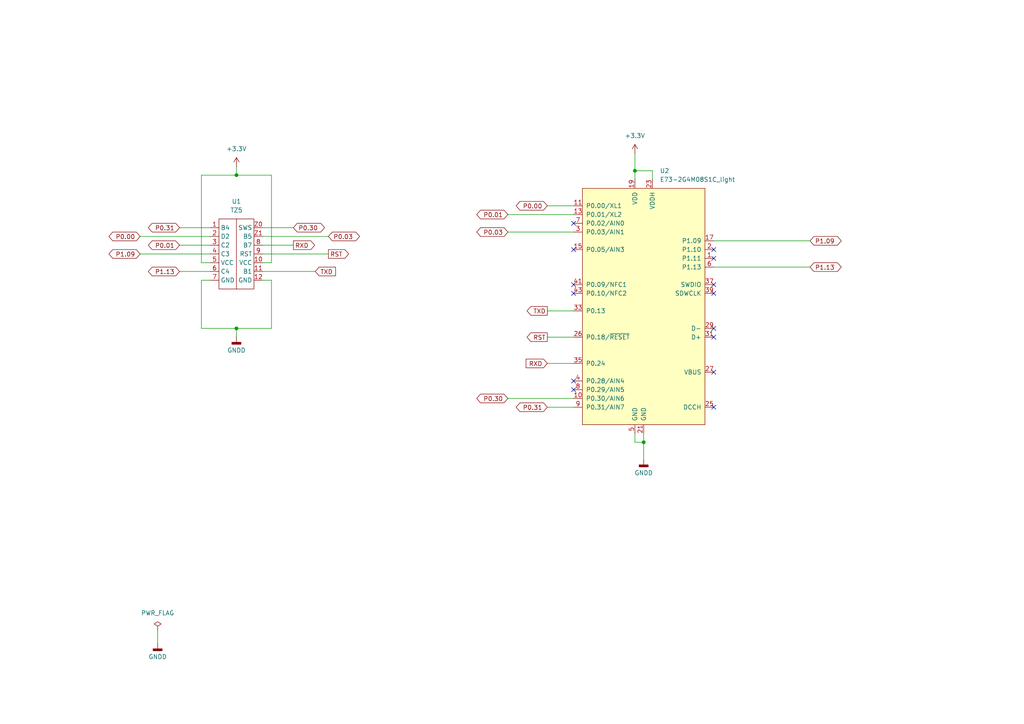
<source format=kicad_sch>
(kicad_sch
	(version 20250114)
	(generator "eeschema")
	(generator_version "9.0")
	(uuid "b32cac82-8e7f-4aca-b126-159fbc0376cd")
	(paper "A4")
	(lib_symbols
		(symbol "+3.3V_1"
			(power)
			(pin_numbers
				(hide yes)
			)
			(pin_names
				(offset 0)
				(hide yes)
			)
			(exclude_from_sim no)
			(in_bom yes)
			(on_board yes)
			(property "Reference" "#PWR"
				(at 0 -3.81 0)
				(effects
					(font
						(size 1.27 1.27)
					)
					(hide yes)
				)
			)
			(property "Value" "+3.3V"
				(at 0 3.556 0)
				(effects
					(font
						(size 1.27 1.27)
					)
				)
			)
			(property "Footprint" ""
				(at 0 0 0)
				(effects
					(font
						(size 1.27 1.27)
					)
					(hide yes)
				)
			)
			(property "Datasheet" ""
				(at 0 0 0)
				(effects
					(font
						(size 1.27 1.27)
					)
					(hide yes)
				)
			)
			(property "Description" "Power symbol creates a global label with name \"+3.3V\""
				(at 0 0 0)
				(effects
					(font
						(size 1.27 1.27)
					)
					(hide yes)
				)
			)
			(property "ki_keywords" "global power"
				(at 0 0 0)
				(effects
					(font
						(size 1.27 1.27)
					)
					(hide yes)
				)
			)
			(symbol "+3.3V_1_0_1"
				(polyline
					(pts
						(xy -0.762 1.27) (xy 0 2.54)
					)
					(stroke
						(width 0)
						(type default)
					)
					(fill
						(type none)
					)
				)
				(polyline
					(pts
						(xy 0 2.54) (xy 0.762 1.27)
					)
					(stroke
						(width 0)
						(type default)
					)
					(fill
						(type none)
					)
				)
				(polyline
					(pts
						(xy 0 0) (xy 0 2.54)
					)
					(stroke
						(width 0)
						(type default)
					)
					(fill
						(type none)
					)
				)
			)
			(symbol "+3.3V_1_1_1"
				(pin power_in line
					(at 0 0 90)
					(length 0)
					(name "~"
						(effects
							(font
								(size 1.27 1.27)
							)
						)
					)
					(number "1"
						(effects
							(font
								(size 1.27 1.27)
							)
						)
					)
				)
			)
			(embedded_fonts no)
		)
		(symbol "GNDD_1"
			(power)
			(pin_numbers
				(hide yes)
			)
			(pin_names
				(offset 0)
				(hide yes)
			)
			(exclude_from_sim no)
			(in_bom yes)
			(on_board yes)
			(property "Reference" "#PWR"
				(at 0 -6.35 0)
				(effects
					(font
						(size 1.27 1.27)
					)
					(hide yes)
				)
			)
			(property "Value" "GNDD"
				(at 0 -3.175 0)
				(effects
					(font
						(size 1.27 1.27)
					)
				)
			)
			(property "Footprint" ""
				(at 0 0 0)
				(effects
					(font
						(size 1.27 1.27)
					)
					(hide yes)
				)
			)
			(property "Datasheet" ""
				(at 0 0 0)
				(effects
					(font
						(size 1.27 1.27)
					)
					(hide yes)
				)
			)
			(property "Description" "Power symbol creates a global label with name \"GNDD\" , digital ground"
				(at 0 0 0)
				(effects
					(font
						(size 1.27 1.27)
					)
					(hide yes)
				)
			)
			(property "ki_keywords" "global power"
				(at 0 0 0)
				(effects
					(font
						(size 1.27 1.27)
					)
					(hide yes)
				)
			)
			(symbol "GNDD_1_0_1"
				(rectangle
					(start -1.27 -1.524)
					(end 1.27 -2.032)
					(stroke
						(width 0.254)
						(type default)
					)
					(fill
						(type outline)
					)
				)
				(polyline
					(pts
						(xy 0 0) (xy 0 -1.524)
					)
					(stroke
						(width 0)
						(type default)
					)
					(fill
						(type none)
					)
				)
			)
			(symbol "GNDD_1_1_1"
				(pin power_in line
					(at 0 0 270)
					(length 0)
					(name "~"
						(effects
							(font
								(size 1.27 1.27)
							)
						)
					)
					(number "1"
						(effects
							(font
								(size 1.27 1.27)
							)
						)
					)
				)
			)
			(embedded_fonts no)
		)
		(symbol "GNDD_2"
			(power)
			(pin_numbers
				(hide yes)
			)
			(pin_names
				(offset 0)
				(hide yes)
			)
			(exclude_from_sim no)
			(in_bom yes)
			(on_board yes)
			(property "Reference" "#PWR"
				(at 0 -6.35 0)
				(effects
					(font
						(size 1.27 1.27)
					)
					(hide yes)
				)
			)
			(property "Value" "GNDD"
				(at 0 -3.175 0)
				(effects
					(font
						(size 1.27 1.27)
					)
				)
			)
			(property "Footprint" ""
				(at 0 0 0)
				(effects
					(font
						(size 1.27 1.27)
					)
					(hide yes)
				)
			)
			(property "Datasheet" ""
				(at 0 0 0)
				(effects
					(font
						(size 1.27 1.27)
					)
					(hide yes)
				)
			)
			(property "Description" "Power symbol creates a global label with name \"GNDD\" , digital ground"
				(at 0 0 0)
				(effects
					(font
						(size 1.27 1.27)
					)
					(hide yes)
				)
			)
			(property "ki_keywords" "global power"
				(at 0 0 0)
				(effects
					(font
						(size 1.27 1.27)
					)
					(hide yes)
				)
			)
			(symbol "GNDD_2_0_1"
				(rectangle
					(start -1.27 -1.524)
					(end 1.27 -2.032)
					(stroke
						(width 0.254)
						(type default)
					)
					(fill
						(type outline)
					)
				)
				(polyline
					(pts
						(xy 0 0) (xy 0 -1.524)
					)
					(stroke
						(width 0)
						(type default)
					)
					(fill
						(type none)
					)
				)
			)
			(symbol "GNDD_2_1_1"
				(pin power_in line
					(at 0 0 270)
					(length 0)
					(name "~"
						(effects
							(font
								(size 1.27 1.27)
							)
						)
					)
					(number "1"
						(effects
							(font
								(size 1.27 1.27)
							)
						)
					)
				)
			)
			(embedded_fonts no)
		)
		(symbol "Tuya:TZ5"
			(exclude_from_sim no)
			(in_bom yes)
			(on_board yes)
			(property "Reference" "U"
				(at 0 4.318 0)
				(effects
					(font
						(size 1.27 1.27)
					)
				)
			)
			(property "Value" ""
				(at 0 0 0)
				(effects
					(font
						(size 1.27 1.27)
					)
				)
			)
			(property "Footprint" "Tuya:ZT5"
				(at 0 -19.05 0)
				(effects
					(font
						(size 1.27 1.27)
					)
					(hide yes)
				)
			)
			(property "Datasheet" ""
				(at 0 0 0)
				(effects
					(font
						(size 1.27 1.27)
					)
					(hide yes)
				)
			)
			(property "Description" ""
				(at 0 0 0)
				(effects
					(font
						(size 1.27 1.27)
					)
					(hide yes)
				)
			)
			(symbol "TZ5_0_1"
				(rectangle
					(start -5.08 2.54)
					(end 5.08 -17.78)
					(stroke
						(width 0)
						(type default)
					)
					(fill
						(type none)
					)
				)
				(polyline
					(pts
						(xy 0 2.54) (xy 0 -17.78)
					)
					(stroke
						(width 0)
						(type default)
					)
					(fill
						(type none)
					)
				)
			)
			(symbol "TZ5_1_1"
				(pin bidirectional line
					(at -7.62 0 0)
					(length 2.54)
					(name "B4"
						(effects
							(font
								(size 1.27 1.27)
							)
						)
					)
					(number "1"
						(effects
							(font
								(size 1.27 1.27)
							)
						)
					)
				)
				(pin bidirectional line
					(at -7.62 -2.54 0)
					(length 2.54)
					(name "D2"
						(effects
							(font
								(size 1.27 1.27)
							)
						)
					)
					(number "2"
						(effects
							(font
								(size 1.27 1.27)
							)
						)
					)
				)
				(pin bidirectional line
					(at -7.62 -5.08 0)
					(length 2.54)
					(name "C2"
						(effects
							(font
								(size 1.27 1.27)
							)
						)
					)
					(number "3"
						(effects
							(font
								(size 1.27 1.27)
							)
						)
					)
				)
				(pin bidirectional line
					(at -7.62 -7.62 0)
					(length 2.54)
					(name "C3"
						(effects
							(font
								(size 1.27 1.27)
							)
						)
					)
					(number "4"
						(effects
							(font
								(size 1.27 1.27)
							)
						)
					)
				)
				(pin power_in line
					(at -7.62 -10.16 0)
					(length 2.54)
					(name "VCC"
						(effects
							(font
								(size 1.27 1.27)
							)
						)
					)
					(number "5"
						(effects
							(font
								(size 1.27 1.27)
							)
						)
					)
				)
				(pin bidirectional line
					(at -7.62 -12.7 0)
					(length 2.54)
					(name "C4"
						(effects
							(font
								(size 1.27 1.27)
							)
						)
					)
					(number "6"
						(effects
							(font
								(size 1.27 1.27)
							)
						)
					)
				)
				(pin power_in line
					(at -7.62 -15.24 0)
					(length 2.54)
					(name "GND"
						(effects
							(font
								(size 1.27 1.27)
							)
						)
					)
					(number "7"
						(effects
							(font
								(size 1.27 1.27)
							)
						)
					)
				)
				(pin bidirectional line
					(at 7.62 0 180)
					(length 2.54)
					(name "SWS"
						(effects
							(font
								(size 1.27 1.27)
							)
						)
					)
					(number "Z0"
						(effects
							(font
								(size 1.27 1.27)
							)
						)
					)
				)
				(pin bidirectional line
					(at 7.62 -2.54 180)
					(length 2.54)
					(name "B5"
						(effects
							(font
								(size 1.27 1.27)
							)
						)
					)
					(number "Z1"
						(effects
							(font
								(size 1.27 1.27)
							)
						)
					)
				)
				(pin bidirectional line
					(at 7.62 -5.08 180)
					(length 2.54)
					(name "B7"
						(effects
							(font
								(size 1.27 1.27)
							)
						)
					)
					(number "8"
						(effects
							(font
								(size 1.27 1.27)
							)
						)
					)
				)
				(pin input line
					(at 7.62 -7.62 180)
					(length 2.54)
					(name "RST"
						(effects
							(font
								(size 1.27 1.27)
							)
						)
					)
					(number "9"
						(effects
							(font
								(size 1.27 1.27)
							)
						)
					)
				)
				(pin power_out line
					(at 7.62 -10.16 180)
					(length 2.54)
					(name "VCC"
						(effects
							(font
								(size 1.27 1.27)
							)
						)
					)
					(number "10"
						(effects
							(font
								(size 1.27 1.27)
							)
						)
					)
				)
				(pin bidirectional line
					(at 7.62 -12.7 180)
					(length 2.54)
					(name "B1"
						(effects
							(font
								(size 1.27 1.27)
							)
						)
					)
					(number "11"
						(effects
							(font
								(size 1.27 1.27)
							)
						)
					)
				)
				(pin power_in line
					(at 7.62 -15.24 180)
					(length 2.54)
					(name "GND"
						(effects
							(font
								(size 1.27 1.27)
							)
						)
					)
					(number "12"
						(effects
							(font
								(size 1.27 1.27)
							)
						)
					)
				)
			)
			(embedded_fonts no)
		)
		(symbol "nrf5:E73-2G4M08S1C_light"
			(pin_names
				(offset 1.016)
			)
			(exclude_from_sim no)
			(in_bom yes)
			(on_board yes)
			(property "Reference" "U"
				(at -15.24 -38.1 0)
				(effects
					(font
						(size 1.27 1.27)
					)
				)
			)
			(property "Value" "E73-2G4M08S1C"
				(at 0 0 90)
				(effects
					(font
						(size 1.27 1.27)
					)
				)
			)
			(property "Footprint" ""
				(at 0 0 0)
				(effects
					(font
						(size 1.27 1.27)
					)
					(hide yes)
				)
			)
			(property "Datasheet" ""
				(at 0 0 0)
				(effects
					(font
						(size 1.27 1.27)
					)
					(hide yes)
				)
			)
			(property "Description" ""
				(at 0 0 0)
				(effects
					(font
						(size 1.27 1.27)
					)
					(hide yes)
				)
			)
			(property "ki_fp_filters" "E73-2G4M08S1C"
				(at 0 0 0)
				(effects
					(font
						(size 1.27 1.27)
					)
					(hide yes)
				)
			)
			(symbol "E73-2G4M08S1C_light_0_1"
				(rectangle
					(start -17.78 33.02)
					(end 17.78 -35.56)
					(stroke
						(width 0)
						(type default)
					)
					(fill
						(type background)
					)
				)
			)
			(symbol "E73-2G4M08S1C_light_1_1"
				(pin bidirectional line
					(at -20.32 27.94 0)
					(length 2.54)
					(name "P0.00/XL1"
						(effects
							(font
								(size 1.27 1.27)
							)
						)
					)
					(number "11"
						(effects
							(font
								(size 1.27 1.27)
							)
						)
					)
				)
				(pin bidirectional line
					(at -20.32 25.4 0)
					(length 2.54)
					(name "P0.01/XL2"
						(effects
							(font
								(size 1.27 1.27)
							)
						)
					)
					(number "13"
						(effects
							(font
								(size 1.27 1.27)
							)
						)
					)
				)
				(pin bidirectional line
					(at -20.32 22.86 0)
					(length 2.54)
					(name "P0.02/AIN0"
						(effects
							(font
								(size 1.27 1.27)
							)
						)
					)
					(number "7"
						(effects
							(font
								(size 1.27 1.27)
							)
						)
					)
				)
				(pin bidirectional line
					(at -20.32 20.32 0)
					(length 2.54)
					(name "P0.03/AIN1"
						(effects
							(font
								(size 1.27 1.27)
							)
						)
					)
					(number "3"
						(effects
							(font
								(size 1.27 1.27)
							)
						)
					)
				)
				(pin bidirectional line
					(at -20.32 15.24 0)
					(length 2.54)
					(name "P0.05/AIN3"
						(effects
							(font
								(size 1.27 1.27)
							)
						)
					)
					(number "15"
						(effects
							(font
								(size 1.27 1.27)
							)
						)
					)
				)
				(pin bidirectional line
					(at -20.32 5.08 0)
					(length 2.54)
					(name "P0.09/NFC1"
						(effects
							(font
								(size 1.27 1.27)
							)
						)
					)
					(number "41"
						(effects
							(font
								(size 1.27 1.27)
							)
						)
					)
				)
				(pin bidirectional line
					(at -20.32 2.54 0)
					(length 2.54)
					(name "P0.10/NFC2"
						(effects
							(font
								(size 1.27 1.27)
							)
						)
					)
					(number "43"
						(effects
							(font
								(size 1.27 1.27)
							)
						)
					)
				)
				(pin bidirectional line
					(at -20.32 -2.54 0)
					(length 2.54)
					(name "P0.13"
						(effects
							(font
								(size 1.27 1.27)
							)
						)
					)
					(number "33"
						(effects
							(font
								(size 1.27 1.27)
							)
						)
					)
				)
				(pin bidirectional line
					(at -20.32 -10.16 0)
					(length 2.54)
					(name "P0.18/~{RESET}"
						(effects
							(font
								(size 1.27 1.27)
							)
						)
					)
					(number "26"
						(effects
							(font
								(size 1.27 1.27)
							)
						)
					)
				)
				(pin bidirectional line
					(at -20.32 -17.78 0)
					(length 2.54)
					(name "P0.24"
						(effects
							(font
								(size 1.27 1.27)
							)
						)
					)
					(number "35"
						(effects
							(font
								(size 1.27 1.27)
							)
						)
					)
				)
				(pin bidirectional line
					(at -20.32 -22.86 0)
					(length 2.54)
					(name "P0.28/AIN4"
						(effects
							(font
								(size 1.27 1.27)
							)
						)
					)
					(number "4"
						(effects
							(font
								(size 1.27 1.27)
							)
						)
					)
				)
				(pin bidirectional line
					(at -20.32 -25.4 0)
					(length 2.54)
					(name "P0.29/AIN5"
						(effects
							(font
								(size 1.27 1.27)
							)
						)
					)
					(number "8"
						(effects
							(font
								(size 1.27 1.27)
							)
						)
					)
				)
				(pin bidirectional line
					(at -20.32 -27.94 0)
					(length 2.54)
					(name "P0.30/AIN6"
						(effects
							(font
								(size 1.27 1.27)
							)
						)
					)
					(number "10"
						(effects
							(font
								(size 1.27 1.27)
							)
						)
					)
				)
				(pin bidirectional line
					(at -20.32 -30.48 0)
					(length 2.54)
					(name "P0.31/AIN7"
						(effects
							(font
								(size 1.27 1.27)
							)
						)
					)
					(number "9"
						(effects
							(font
								(size 1.27 1.27)
							)
						)
					)
				)
				(pin power_in line
					(at -2.54 35.56 270)
					(length 2.54)
					(name "VDD"
						(effects
							(font
								(size 1.27 1.27)
							)
						)
					)
					(number "19"
						(effects
							(font
								(size 1.27 1.27)
							)
						)
					)
				)
				(pin power_in line
					(at -2.54 -38.1 90)
					(length 2.54)
					(name "GND"
						(effects
							(font
								(size 1.27 1.27)
							)
						)
					)
					(number "5"
						(effects
							(font
								(size 1.27 1.27)
							)
						)
					)
				)
				(pin power_in line
					(at 0 -38.1 90)
					(length 2.54)
					(name "GND"
						(effects
							(font
								(size 1.27 1.27)
							)
						)
					)
					(number "21"
						(effects
							(font
								(size 1.27 1.27)
							)
						)
					)
				)
				(pin power_in line
					(at 2.54 35.56 270)
					(length 2.54)
					(name "VDDH"
						(effects
							(font
								(size 1.27 1.27)
							)
						)
					)
					(number "23"
						(effects
							(font
								(size 1.27 1.27)
							)
						)
					)
				)
				(pin bidirectional line
					(at 20.32 17.78 180)
					(length 2.54)
					(name "P1.09"
						(effects
							(font
								(size 1.27 1.27)
							)
						)
					)
					(number "17"
						(effects
							(font
								(size 1.27 1.27)
							)
						)
					)
				)
				(pin bidirectional line
					(at 20.32 15.24 180)
					(length 2.54)
					(name "P1.10"
						(effects
							(font
								(size 1.27 1.27)
							)
						)
					)
					(number "2"
						(effects
							(font
								(size 1.27 1.27)
							)
						)
					)
				)
				(pin bidirectional line
					(at 20.32 12.7 180)
					(length 2.54)
					(name "P1.11"
						(effects
							(font
								(size 1.27 1.27)
							)
						)
					)
					(number "1"
						(effects
							(font
								(size 1.27 1.27)
							)
						)
					)
				)
				(pin bidirectional line
					(at 20.32 10.16 180)
					(length 2.54)
					(name "P1.13"
						(effects
							(font
								(size 1.27 1.27)
							)
						)
					)
					(number "6"
						(effects
							(font
								(size 1.27 1.27)
							)
						)
					)
				)
				(pin bidirectional line
					(at 20.32 5.08 180)
					(length 2.54)
					(name "SWDIO"
						(effects
							(font
								(size 1.27 1.27)
							)
						)
					)
					(number "37"
						(effects
							(font
								(size 1.27 1.27)
							)
						)
					)
				)
				(pin input line
					(at 20.32 2.54 180)
					(length 2.54)
					(name "SDWCLK"
						(effects
							(font
								(size 1.27 1.27)
							)
						)
					)
					(number "39"
						(effects
							(font
								(size 1.27 1.27)
							)
						)
					)
				)
				(pin bidirectional line
					(at 20.32 -7.62 180)
					(length 2.54)
					(name "D-"
						(effects
							(font
								(size 1.27 1.27)
							)
						)
					)
					(number "29"
						(effects
							(font
								(size 1.27 1.27)
							)
						)
					)
				)
				(pin bidirectional line
					(at 20.32 -10.16 180)
					(length 2.54)
					(name "D+"
						(effects
							(font
								(size 1.27 1.27)
							)
						)
					)
					(number "31"
						(effects
							(font
								(size 1.27 1.27)
							)
						)
					)
				)
				(pin power_in line
					(at 20.32 -20.32 180)
					(length 2.54)
					(name "VBUS"
						(effects
							(font
								(size 1.27 1.27)
							)
						)
					)
					(number "27"
						(effects
							(font
								(size 1.27 1.27)
							)
						)
					)
				)
				(pin power_out line
					(at 20.32 -30.48 180)
					(length 2.54)
					(name "DCCH"
						(effects
							(font
								(size 1.27 1.27)
							)
						)
					)
					(number "25"
						(effects
							(font
								(size 1.27 1.27)
							)
						)
					)
				)
			)
			(embedded_fonts no)
		)
		(symbol "power:GNDD"
			(power)
			(pin_numbers
				(hide yes)
			)
			(pin_names
				(offset 0)
				(hide yes)
			)
			(exclude_from_sim no)
			(in_bom yes)
			(on_board yes)
			(property "Reference" "#PWR"
				(at 0 -6.35 0)
				(effects
					(font
						(size 1.27 1.27)
					)
					(hide yes)
				)
			)
			(property "Value" "GNDD"
				(at 0 -3.175 0)
				(effects
					(font
						(size 1.27 1.27)
					)
				)
			)
			(property "Footprint" ""
				(at 0 0 0)
				(effects
					(font
						(size 1.27 1.27)
					)
					(hide yes)
				)
			)
			(property "Datasheet" ""
				(at 0 0 0)
				(effects
					(font
						(size 1.27 1.27)
					)
					(hide yes)
				)
			)
			(property "Description" "Power symbol creates a global label with name \"GNDD\" , digital ground"
				(at 0 0 0)
				(effects
					(font
						(size 1.27 1.27)
					)
					(hide yes)
				)
			)
			(property "ki_keywords" "global power"
				(at 0 0 0)
				(effects
					(font
						(size 1.27 1.27)
					)
					(hide yes)
				)
			)
			(symbol "GNDD_0_1"
				(rectangle
					(start -1.27 -1.524)
					(end 1.27 -2.032)
					(stroke
						(width 0.254)
						(type default)
					)
					(fill
						(type outline)
					)
				)
				(polyline
					(pts
						(xy 0 0) (xy 0 -1.524)
					)
					(stroke
						(width 0)
						(type default)
					)
					(fill
						(type none)
					)
				)
			)
			(symbol "GNDD_1_1"
				(pin power_in line
					(at 0 0 270)
					(length 0)
					(name "~"
						(effects
							(font
								(size 1.27 1.27)
							)
						)
					)
					(number "1"
						(effects
							(font
								(size 1.27 1.27)
							)
						)
					)
				)
			)
			(embedded_fonts no)
		)
		(symbol "power:PWR_FLAG"
			(power)
			(pin_numbers
				(hide yes)
			)
			(pin_names
				(offset 0)
				(hide yes)
			)
			(exclude_from_sim no)
			(in_bom yes)
			(on_board yes)
			(property "Reference" "#FLG"
				(at 0 1.905 0)
				(effects
					(font
						(size 1.27 1.27)
					)
					(hide yes)
				)
			)
			(property "Value" "PWR_FLAG"
				(at 0 3.81 0)
				(effects
					(font
						(size 1.27 1.27)
					)
				)
			)
			(property "Footprint" ""
				(at 0 0 0)
				(effects
					(font
						(size 1.27 1.27)
					)
					(hide yes)
				)
			)
			(property "Datasheet" "~"
				(at 0 0 0)
				(effects
					(font
						(size 1.27 1.27)
					)
					(hide yes)
				)
			)
			(property "Description" "Special symbol for telling ERC where power comes from"
				(at 0 0 0)
				(effects
					(font
						(size 1.27 1.27)
					)
					(hide yes)
				)
			)
			(property "ki_keywords" "flag power"
				(at 0 0 0)
				(effects
					(font
						(size 1.27 1.27)
					)
					(hide yes)
				)
			)
			(symbol "PWR_FLAG_0_0"
				(pin power_out line
					(at 0 0 90)
					(length 0)
					(name "~"
						(effects
							(font
								(size 1.27 1.27)
							)
						)
					)
					(number "1"
						(effects
							(font
								(size 1.27 1.27)
							)
						)
					)
				)
			)
			(symbol "PWR_FLAG_0_1"
				(polyline
					(pts
						(xy 0 0) (xy 0 1.27) (xy -1.016 1.905) (xy 0 2.54) (xy 1.016 1.905) (xy 0 1.27)
					)
					(stroke
						(width 0)
						(type default)
					)
					(fill
						(type none)
					)
				)
			)
			(embedded_fonts no)
		)
	)
	(junction
		(at 68.58 50.8)
		(diameter 0)
		(color 0 0 0 0)
		(uuid "39428518-65db-4988-a89e-361889567ec1")
	)
	(junction
		(at 184.15 49.53)
		(diameter 0)
		(color 0 0 0 0)
		(uuid "a91eb2e4-3e6a-4e5a-94c1-784f54e13d24")
	)
	(junction
		(at 186.69 128.27)
		(diameter 0)
		(color 0 0 0 0)
		(uuid "a93bf2cd-19a9-49b6-9ec6-ee2b16fa9ae6")
	)
	(junction
		(at 68.58 95.25)
		(diameter 0)
		(color 0 0 0 0)
		(uuid "d3bcc486-fefa-4dcc-bb68-03ecd0b6194f")
	)
	(no_connect
		(at 207.01 107.95)
		(uuid "17aabd39-a095-42cf-be08-dcae425d6f42")
	)
	(no_connect
		(at 207.01 72.39)
		(uuid "1b0a43c7-6c75-43e0-b362-2dbfd815a160")
	)
	(no_connect
		(at 166.37 85.09)
		(uuid "207db7d3-13bf-47e8-8a84-6feb76c90ea8")
	)
	(no_connect
		(at 166.37 82.55)
		(uuid "2cecb06a-1ebb-4ee4-8afe-24f4031512d0")
	)
	(no_connect
		(at 207.01 85.09)
		(uuid "31754bfe-75f6-409d-80b5-9aed4fc24c40")
	)
	(no_connect
		(at 207.01 118.11)
		(uuid "5552227c-8959-4aef-997a-4971bfdf7b40")
	)
	(no_connect
		(at 166.37 72.39)
		(uuid "6a71bd07-37e8-47a1-a225-da77320670a1")
	)
	(no_connect
		(at 166.37 64.77)
		(uuid "7a442009-1f1b-4514-afdd-072b3ffc7655")
	)
	(no_connect
		(at 166.37 113.03)
		(uuid "7e7af1f1-5135-4705-8768-a552d45b7789")
	)
	(no_connect
		(at 207.01 95.25)
		(uuid "7e8de17a-5b41-43c7-ad04-c48a16f932ba")
	)
	(no_connect
		(at 207.01 97.79)
		(uuid "904df1c1-8e46-47d9-bf17-cf7027135307")
	)
	(no_connect
		(at 166.37 110.49)
		(uuid "a38fb83d-d9fb-4a8c-adf6-d165b09be75a")
	)
	(no_connect
		(at 207.01 82.55)
		(uuid "ab6633c9-2416-4ac6-a37d-2f51ddce1b10")
	)
	(no_connect
		(at 207.01 74.93)
		(uuid "f6ba535d-3ada-4d9b-b41d-330468c74291")
	)
	(wire
		(pts
			(xy 40.64 73.66) (xy 60.96 73.66)
		)
		(stroke
			(width 0)
			(type default)
		)
		(uuid "00000336-3d95-4f12-b60d-4d431a61abc4")
	)
	(wire
		(pts
			(xy 184.15 125.73) (xy 184.15 128.27)
		)
		(stroke
			(width 0)
			(type default)
		)
		(uuid "0542b4cd-9b7d-49d7-8a75-b5f4abe25530")
	)
	(wire
		(pts
			(xy 186.69 125.73) (xy 186.69 128.27)
		)
		(stroke
			(width 0)
			(type default)
		)
		(uuid "05ac816d-e8ad-460d-939d-7c770d4bf9cd")
	)
	(wire
		(pts
			(xy 68.58 95.25) (xy 68.58 97.79)
		)
		(stroke
			(width 0)
			(type default)
		)
		(uuid "09c9b9f7-2d70-477a-ac75-10f7eec9b3d3")
	)
	(wire
		(pts
			(xy 189.23 49.53) (xy 184.15 49.53)
		)
		(stroke
			(width 0)
			(type default)
		)
		(uuid "14b16bcc-753d-4656-b239-e7484121cb28")
	)
	(wire
		(pts
			(xy 60.96 68.58) (xy 40.64 68.58)
		)
		(stroke
			(width 0)
			(type default)
		)
		(uuid "180badd0-2a0b-4180-a387-6a34a514538d")
	)
	(wire
		(pts
			(xy 45.72 182.88) (xy 45.72 186.69)
		)
		(stroke
			(width 0)
			(type default)
		)
		(uuid "18807b47-7747-4981-b252-c7bd2d01abce")
	)
	(wire
		(pts
			(xy 58.42 50.8) (xy 58.42 76.2)
		)
		(stroke
			(width 0)
			(type default)
		)
		(uuid "18ac093a-e9f9-4ead-a4a4-53a0d7da7a8c")
	)
	(wire
		(pts
			(xy 60.96 78.74) (xy 52.07 78.74)
		)
		(stroke
			(width 0)
			(type default)
		)
		(uuid "18bdd613-29bf-4cdf-b250-318fd38c6a3d")
	)
	(wire
		(pts
			(xy 76.2 71.12) (xy 85.09 71.12)
		)
		(stroke
			(width 0)
			(type default)
		)
		(uuid "31001a29-5aa3-43e8-b113-819207ee059a")
	)
	(wire
		(pts
			(xy 158.75 97.79) (xy 166.37 97.79)
		)
		(stroke
			(width 0)
			(type default)
		)
		(uuid "315dce70-c0cd-48b4-8bfb-fbbb9c47513f")
	)
	(wire
		(pts
			(xy 76.2 76.2) (xy 78.74 76.2)
		)
		(stroke
			(width 0)
			(type default)
		)
		(uuid "316df791-8ad6-4962-8b14-c23653f6986e")
	)
	(wire
		(pts
			(xy 147.32 62.23) (xy 166.37 62.23)
		)
		(stroke
			(width 0)
			(type default)
		)
		(uuid "3ca11413-12aa-478b-a4cc-9fa83e6a06ca")
	)
	(wire
		(pts
			(xy 58.42 81.28) (xy 58.42 95.25)
		)
		(stroke
			(width 0)
			(type default)
		)
		(uuid "3cb0491d-b3d1-477c-8333-56eb5354a57f")
	)
	(wire
		(pts
			(xy 60.96 76.2) (xy 58.42 76.2)
		)
		(stroke
			(width 0)
			(type default)
		)
		(uuid "3ed32341-f3fb-4ed6-8b91-51aca87b679e")
	)
	(wire
		(pts
			(xy 158.75 59.69) (xy 166.37 59.69)
		)
		(stroke
			(width 0)
			(type default)
		)
		(uuid "46b4bded-f6e9-4eb6-90b5-87091126d25f")
	)
	(wire
		(pts
			(xy 186.69 128.27) (xy 186.69 133.35)
		)
		(stroke
			(width 0)
			(type default)
		)
		(uuid "4a081a17-a8b6-4032-93a6-5afffde9360f")
	)
	(wire
		(pts
			(xy 166.37 105.41) (xy 158.75 105.41)
		)
		(stroke
			(width 0)
			(type default)
		)
		(uuid "4dd15530-8ad0-4f8c-864a-2b0b1cb9e977")
	)
	(wire
		(pts
			(xy 184.15 49.53) (xy 184.15 52.07)
		)
		(stroke
			(width 0)
			(type default)
		)
		(uuid "54b52827-0ddc-47a4-91d1-ca4d0d54f563")
	)
	(wire
		(pts
			(xy 52.07 71.12) (xy 60.96 71.12)
		)
		(stroke
			(width 0)
			(type default)
		)
		(uuid "6a56d8ff-fb55-488b-9875-120f247a92d1")
	)
	(wire
		(pts
			(xy 76.2 68.58) (xy 95.25 68.58)
		)
		(stroke
			(width 0)
			(type default)
		)
		(uuid "791fbc01-9de9-4b0d-83d4-db2ae54f2d16")
	)
	(wire
		(pts
			(xy 58.42 50.8) (xy 68.58 50.8)
		)
		(stroke
			(width 0)
			(type default)
		)
		(uuid "7b076c61-b0b7-47f8-99cf-fc4d5dbd4b00")
	)
	(wire
		(pts
			(xy 166.37 115.57) (xy 147.32 115.57)
		)
		(stroke
			(width 0)
			(type default)
		)
		(uuid "7fa378fb-1ed0-4f78-b8a6-fea1cd1a3299")
	)
	(wire
		(pts
			(xy 68.58 48.26) (xy 68.58 50.8)
		)
		(stroke
			(width 0)
			(type default)
		)
		(uuid "90062d0d-e305-44a8-9d3c-17ae94dd51c9")
	)
	(wire
		(pts
			(xy 85.09 66.04) (xy 76.2 66.04)
		)
		(stroke
			(width 0)
			(type default)
		)
		(uuid "91b33589-a67e-4a26-904a-92145c0f85aa")
	)
	(wire
		(pts
			(xy 184.15 44.45) (xy 184.15 49.53)
		)
		(stroke
			(width 0)
			(type default)
		)
		(uuid "91b41248-a8bd-4595-bfdb-43a39481f3c2")
	)
	(wire
		(pts
			(xy 60.96 66.04) (xy 52.07 66.04)
		)
		(stroke
			(width 0)
			(type default)
		)
		(uuid "9727e6b3-46a4-4a9a-b516-2618e3aad166")
	)
	(wire
		(pts
			(xy 147.32 67.31) (xy 166.37 67.31)
		)
		(stroke
			(width 0)
			(type default)
		)
		(uuid "9a1d5e3f-3ae0-43a0-b805-c31fbace3a7c")
	)
	(wire
		(pts
			(xy 76.2 81.28) (xy 78.74 81.28)
		)
		(stroke
			(width 0)
			(type default)
		)
		(uuid "9c29b689-cde2-4870-a88d-81267688297f")
	)
	(wire
		(pts
			(xy 68.58 95.25) (xy 78.74 95.25)
		)
		(stroke
			(width 0)
			(type default)
		)
		(uuid "a16b8e50-d157-4c1b-8f9f-5f12c90190e4")
	)
	(wire
		(pts
			(xy 184.15 128.27) (xy 186.69 128.27)
		)
		(stroke
			(width 0)
			(type default)
		)
		(uuid "a6d973ce-faff-43f5-a08c-7994c658dda6")
	)
	(wire
		(pts
			(xy 207.01 77.47) (xy 234.95 77.47)
		)
		(stroke
			(width 0)
			(type default)
		)
		(uuid "aafe40dd-c542-474e-8a5a-98f019970806")
	)
	(wire
		(pts
			(xy 166.37 90.17) (xy 158.75 90.17)
		)
		(stroke
			(width 0)
			(type default)
		)
		(uuid "aee12cbc-1737-4d46-bd6c-faf0126d0fa6")
	)
	(wire
		(pts
			(xy 234.95 69.85) (xy 207.01 69.85)
		)
		(stroke
			(width 0)
			(type default)
		)
		(uuid "b1311e86-c8b6-4715-b603-07b7327c8b6d")
	)
	(wire
		(pts
			(xy 189.23 52.07) (xy 189.23 49.53)
		)
		(stroke
			(width 0)
			(type default)
		)
		(uuid "bb3478cb-e5db-421c-9dbc-feecb9238255")
	)
	(wire
		(pts
			(xy 78.74 81.28) (xy 78.74 95.25)
		)
		(stroke
			(width 0)
			(type default)
		)
		(uuid "cb6bfa15-91ab-49d4-81d9-7d0eacff27fd")
	)
	(wire
		(pts
			(xy 76.2 78.74) (xy 91.44 78.74)
		)
		(stroke
			(width 0)
			(type default)
		)
		(uuid "d2048ff5-590e-470e-8923-ffe448aac861")
	)
	(wire
		(pts
			(xy 68.58 50.8) (xy 78.74 50.8)
		)
		(stroke
			(width 0)
			(type default)
		)
		(uuid "d8c30893-7b5c-44f5-9a45-3f0c0f293fda")
	)
	(wire
		(pts
			(xy 158.75 118.11) (xy 166.37 118.11)
		)
		(stroke
			(width 0)
			(type default)
		)
		(uuid "dc9874cf-3476-4a40-a54e-4a89a3f28b01")
	)
	(wire
		(pts
			(xy 76.2 73.66) (xy 95.25 73.66)
		)
		(stroke
			(width 0)
			(type default)
		)
		(uuid "de9dcf0c-540b-44e9-9719-b9040c09d583")
	)
	(wire
		(pts
			(xy 60.96 81.28) (xy 58.42 81.28)
		)
		(stroke
			(width 0)
			(type default)
		)
		(uuid "f19ca9ed-f455-40ba-be3d-1796bfbccb0c")
	)
	(wire
		(pts
			(xy 58.42 95.25) (xy 68.58 95.25)
		)
		(stroke
			(width 0)
			(type default)
		)
		(uuid "f608cb71-4836-4bf0-bd95-df0e60ef861d")
	)
	(wire
		(pts
			(xy 78.74 50.8) (xy 78.74 76.2)
		)
		(stroke
			(width 0)
			(type default)
		)
		(uuid "f7e02ae6-8fd7-4fe3-9732-f1a9df20a862")
	)
	(global_label "P1.09"
		(shape bidirectional)
		(at 234.95 69.85 0)
		(fields_autoplaced yes)
		(effects
			(font
				(size 1.27 1.27)
			)
			(justify left)
		)
		(uuid "0d6f309e-9c20-4b40-a39c-76d59afbae71")
		(property "Intersheetrefs" "${INTERSHEET_REFS}"
			(at 244.5498 69.85 0)
			(effects
				(font
					(size 1.27 1.27)
				)
				(justify left)
				(hide yes)
			)
		)
	)
	(global_label "P0.30"
		(shape bidirectional)
		(at 85.09 66.04 0)
		(fields_autoplaced yes)
		(effects
			(font
				(size 1.27 1.27)
			)
			(justify left)
		)
		(uuid "19f03356-7461-483e-b24d-4014e4d114f0")
		(property "Intersheetrefs" "${INTERSHEET_REFS}"
			(at 94.6898 66.04 0)
			(effects
				(font
					(size 1.27 1.27)
				)
				(justify left)
				(hide yes)
			)
		)
	)
	(global_label "P0.01"
		(shape bidirectional)
		(at 52.07 71.12 180)
		(fields_autoplaced yes)
		(effects
			(font
				(size 1.27 1.27)
			)
			(justify right)
		)
		(uuid "29effe2d-d833-4ed9-a879-43df3b3b33e9")
		(property "Intersheetrefs" "${INTERSHEET_REFS}"
			(at 42.4702 71.12 0)
			(effects
				(font
					(size 1.27 1.27)
				)
				(justify right)
				(hide yes)
			)
		)
	)
	(global_label "P0.00"
		(shape bidirectional)
		(at 40.64 68.58 180)
		(fields_autoplaced yes)
		(effects
			(font
				(size 1.27 1.27)
			)
			(justify right)
		)
		(uuid "390331c5-f7c0-4f5a-ab3b-f7aeda8227f0")
		(property "Intersheetrefs" "${INTERSHEET_REFS}"
			(at 31.0402 68.58 0)
			(effects
				(font
					(size 1.27 1.27)
				)
				(justify right)
				(hide yes)
			)
		)
	)
	(global_label "P1.13"
		(shape bidirectional)
		(at 234.95 77.47 0)
		(fields_autoplaced yes)
		(effects
			(font
				(size 1.27 1.27)
			)
			(justify left)
		)
		(uuid "3b907517-1cc9-477a-8326-629888a63572")
		(property "Intersheetrefs" "${INTERSHEET_REFS}"
			(at 242.8664 77.3906 0)
			(effects
				(font
					(size 1.27 1.27)
				)
				(justify left)
				(hide yes)
			)
		)
	)
	(global_label "P0.01"
		(shape bidirectional)
		(at 147.32 62.23 180)
		(fields_autoplaced yes)
		(effects
			(font
				(size 1.27 1.27)
			)
			(justify right)
		)
		(uuid "40466b7f-9292-4a06-817d-ab598c3e51a9")
		(property "Intersheetrefs" "${INTERSHEET_REFS}"
			(at 137.7202 62.23 0)
			(effects
				(font
					(size 1.27 1.27)
				)
				(justify right)
				(hide yes)
			)
		)
	)
	(global_label "TXD"
		(shape input)
		(at 91.44 78.74 0)
		(fields_autoplaced yes)
		(effects
			(font
				(size 1.27 1.27)
			)
			(justify left)
		)
		(uuid "48756eac-8f4d-4acb-99b2-919930aaa292")
		(property "Intersheetrefs" "${INTERSHEET_REFS}"
			(at 97.3002 78.6606 0)
			(effects
				(font
					(size 1.27 1.27)
				)
				(justify left)
				(hide yes)
			)
		)
	)
	(global_label "P0.03"
		(shape bidirectional)
		(at 95.25 68.58 0)
		(fields_autoplaced yes)
		(effects
			(font
				(size 1.27 1.27)
			)
			(justify left)
		)
		(uuid "5511eee4-e404-4a9f-ac26-a714a15d86dd")
		(property "Intersheetrefs" "${INTERSHEET_REFS}"
			(at 104.8498 68.58 0)
			(effects
				(font
					(size 1.27 1.27)
				)
				(justify left)
				(hide yes)
			)
		)
	)
	(global_label "RXD"
		(shape input)
		(at 158.75 105.41 180)
		(fields_autoplaced yes)
		(effects
			(font
				(size 1.27 1.27)
			)
			(justify right)
		)
		(uuid "64c67b37-454f-4607-b937-b5342577cb89")
		(property "Intersheetrefs" "${INTERSHEET_REFS}"
			(at 152.5874 105.4894 0)
			(effects
				(font
					(size 1.27 1.27)
				)
				(justify right)
				(hide yes)
			)
		)
	)
	(global_label "P0.00"
		(shape bidirectional)
		(at 158.75 59.69 180)
		(fields_autoplaced yes)
		(effects
			(font
				(size 1.27 1.27)
			)
			(justify right)
		)
		(uuid "7cb09a2d-33ae-437d-aaf4-86b4977355cb")
		(property "Intersheetrefs" "${INTERSHEET_REFS}"
			(at 150.8336 59.6106 0)
			(effects
				(font
					(size 1.27 1.27)
				)
				(justify right)
				(hide yes)
			)
		)
	)
	(global_label "P0.31"
		(shape bidirectional)
		(at 52.07 66.04 180)
		(fields_autoplaced yes)
		(effects
			(font
				(size 1.27 1.27)
			)
			(justify right)
		)
		(uuid "82419e58-7a8f-47a6-91e4-8312bdafd9c9")
		(property "Intersheetrefs" "${INTERSHEET_REFS}"
			(at 42.4702 66.04 0)
			(effects
				(font
					(size 1.27 1.27)
				)
				(justify right)
				(hide yes)
			)
		)
	)
	(global_label "RST"
		(shape output)
		(at 158.75 97.79 180)
		(fields_autoplaced yes)
		(effects
			(font
				(size 1.27 1.27)
			)
			(justify right)
		)
		(uuid "86662e3e-a95b-4667-a5c9-77638d903cdf")
		(property "Intersheetrefs" "${INTERSHEET_REFS}"
			(at 152.8898 97.8694 0)
			(effects
				(font
					(size 1.27 1.27)
				)
				(justify right)
				(hide yes)
			)
		)
	)
	(global_label "RST"
		(shape output)
		(at 95.25 73.66 0)
		(fields_autoplaced yes)
		(effects
			(font
				(size 1.27 1.27)
			)
			(justify left)
		)
		(uuid "c76caf32-3772-48cf-abf7-2b838c7a5f35")
		(property "Intersheetrefs" "${INTERSHEET_REFS}"
			(at 101.1102 73.5806 0)
			(effects
				(font
					(size 1.27 1.27)
				)
				(justify left)
				(hide yes)
			)
		)
	)
	(global_label "TXD"
		(shape output)
		(at 158.75 90.17 180)
		(fields_autoplaced yes)
		(effects
			(font
				(size 1.27 1.27)
			)
			(justify right)
		)
		(uuid "cff4e1d2-7289-4043-b394-2ea30aa39bba")
		(property "Intersheetrefs" "${INTERSHEET_REFS}"
			(at 152.8898 90.0906 0)
			(effects
				(font
					(size 1.27 1.27)
				)
				(justify right)
				(hide yes)
			)
		)
	)
	(global_label "P1.09"
		(shape bidirectional)
		(at 40.64 73.66 180)
		(fields_autoplaced yes)
		(effects
			(font
				(size 1.27 1.27)
			)
			(justify right)
		)
		(uuid "d64d7571-95a2-424b-9b9e-098f00dcf5c5")
		(property "Intersheetrefs" "${INTERSHEET_REFS}"
			(at 31.0402 73.66 0)
			(effects
				(font
					(size 1.27 1.27)
				)
				(justify right)
				(hide yes)
			)
		)
	)
	(global_label "P0.30"
		(shape bidirectional)
		(at 147.32 115.57 180)
		(fields_autoplaced yes)
		(effects
			(font
				(size 1.27 1.27)
			)
			(justify right)
		)
		(uuid "d737bdfa-5cfc-4b1e-a139-f9da3bb3839e")
		(property "Intersheetrefs" "${INTERSHEET_REFS}"
			(at 139.4036 115.4906 0)
			(effects
				(font
					(size 1.27 1.27)
				)
				(justify right)
				(hide yes)
			)
		)
	)
	(global_label "P1.13"
		(shape bidirectional)
		(at 52.07 78.74 180)
		(fields_autoplaced yes)
		(effects
			(font
				(size 1.27 1.27)
			)
			(justify right)
		)
		(uuid "e3c5bec9-c6da-4415-96ac-b00ef446cbd6")
		(property "Intersheetrefs" "${INTERSHEET_REFS}"
			(at 42.4702 78.74 0)
			(effects
				(font
					(size 1.27 1.27)
				)
				(justify right)
				(hide yes)
			)
		)
	)
	(global_label "P0.31"
		(shape bidirectional)
		(at 158.75 118.11 180)
		(fields_autoplaced yes)
		(effects
			(font
				(size 1.27 1.27)
			)
			(justify right)
		)
		(uuid "e433dbc8-faa8-4d0f-ae6f-5859b4d7a023")
		(property "Intersheetrefs" "${INTERSHEET_REFS}"
			(at 150.8336 118.1894 0)
			(effects
				(font
					(size 1.27 1.27)
				)
				(justify right)
				(hide yes)
			)
		)
	)
	(global_label "P0.03"
		(shape bidirectional)
		(at 147.32 67.31 180)
		(fields_autoplaced yes)
		(effects
			(font
				(size 1.27 1.27)
			)
			(justify right)
		)
		(uuid "f4ccf40a-77c0-42d0-94e1-a7d439cab6f6")
		(property "Intersheetrefs" "${INTERSHEET_REFS}"
			(at 139.4036 67.3894 0)
			(effects
				(font
					(size 1.27 1.27)
				)
				(justify right)
				(hide yes)
			)
		)
	)
	(global_label "RXD"
		(shape output)
		(at 85.09 71.12 0)
		(fields_autoplaced yes)
		(effects
			(font
				(size 1.27 1.27)
			)
			(justify left)
		)
		(uuid "f87cd5bc-12d3-461f-a375-1ee8e5862fe6")
		(property "Intersheetrefs" "${INTERSHEET_REFS}"
			(at 91.2526 71.0406 0)
			(effects
				(font
					(size 1.27 1.27)
				)
				(justify left)
				(hide yes)
			)
		)
	)
	(symbol
		(lib_name "GNDD_1")
		(lib_id "power:GNDD")
		(at 68.58 97.79 0)
		(unit 1)
		(exclude_from_sim no)
		(in_bom yes)
		(on_board yes)
		(dnp no)
		(fields_autoplaced yes)
		(uuid "126ca6c2-ffb4-4183-8a9e-6be0a95624d1")
		(property "Reference" "#PWR04"
			(at 68.58 104.14 0)
			(effects
				(font
					(size 1.27 1.27)
				)
				(hide yes)
			)
		)
		(property "Value" "GNDD"
			(at 68.58 101.6 0)
			(effects
				(font
					(size 1.27 1.27)
				)
			)
		)
		(property "Footprint" ""
			(at 68.58 97.79 0)
			(effects
				(font
					(size 1.27 1.27)
				)
				(hide yes)
			)
		)
		(property "Datasheet" ""
			(at 68.58 97.79 0)
			(effects
				(font
					(size 1.27 1.27)
				)
				(hide yes)
			)
		)
		(property "Description" "Power symbol creates a global label with name \"GNDD\" , digital ground"
			(at 68.58 97.79 0)
			(effects
				(font
					(size 1.27 1.27)
				)
				(hide yes)
			)
		)
		(pin "1"
			(uuid "9e4ee473-a850-47b6-825c-00fb499e334d")
		)
		(instances
			(project ""
				(path "/b32cac82-8e7f-4aca-b126-159fbc0376cd"
					(reference "#PWR04")
					(unit 1)
				)
			)
		)
	)
	(symbol
		(lib_name "+3.3V_1")
		(lib_id "power:+3.3V")
		(at 184.15 44.45 0)
		(unit 1)
		(exclude_from_sim no)
		(in_bom yes)
		(on_board yes)
		(dnp no)
		(fields_autoplaced yes)
		(uuid "131c45ce-326c-4d3a-afee-1b730e19b386")
		(property "Reference" "#PWR03"
			(at 184.15 48.26 0)
			(effects
				(font
					(size 1.27 1.27)
				)
				(hide yes)
			)
		)
		(property "Value" "+3.3V"
			(at 184.15 39.37 0)
			(effects
				(font
					(size 1.27 1.27)
				)
			)
		)
		(property "Footprint" ""
			(at 184.15 44.45 0)
			(effects
				(font
					(size 1.27 1.27)
				)
				(hide yes)
			)
		)
		(property "Datasheet" ""
			(at 184.15 44.45 0)
			(effects
				(font
					(size 1.27 1.27)
				)
				(hide yes)
			)
		)
		(property "Description" "Power symbol creates a global label with name \"+3.3V\""
			(at 184.15 44.45 0)
			(effects
				(font
					(size 1.27 1.27)
				)
				(hide yes)
			)
		)
		(pin "1"
			(uuid "4d30f097-82cb-4f9d-8fc5-b948d31572d0")
		)
		(instances
			(project "nrf52_zt5"
				(path "/b32cac82-8e7f-4aca-b126-159fbc0376cd"
					(reference "#PWR03")
					(unit 1)
				)
			)
		)
	)
	(symbol
		(lib_id "power:PWR_FLAG")
		(at 45.72 182.88 0)
		(unit 1)
		(exclude_from_sim no)
		(in_bom yes)
		(on_board yes)
		(dnp no)
		(fields_autoplaced yes)
		(uuid "1d6a0a37-9fd1-4264-a8c3-3e3d296280e1")
		(property "Reference" "#FLG02"
			(at 45.72 180.975 0)
			(effects
				(font
					(size 1.27 1.27)
				)
				(hide yes)
			)
		)
		(property "Value" "PWR_FLAG"
			(at 45.72 177.8 0)
			(effects
				(font
					(size 1.27 1.27)
				)
			)
		)
		(property "Footprint" ""
			(at 45.72 182.88 0)
			(effects
				(font
					(size 1.27 1.27)
				)
				(hide yes)
			)
		)
		(property "Datasheet" "~"
			(at 45.72 182.88 0)
			(effects
				(font
					(size 1.27 1.27)
				)
				(hide yes)
			)
		)
		(property "Description" "Special symbol for telling ERC where power comes from"
			(at 45.72 182.88 0)
			(effects
				(font
					(size 1.27 1.27)
				)
				(hide yes)
			)
		)
		(pin "1"
			(uuid "b58f11b3-4dca-4687-bda9-0294949ef135")
		)
		(instances
			(project ""
				(path "/b32cac82-8e7f-4aca-b126-159fbc0376cd"
					(reference "#FLG02")
					(unit 1)
				)
			)
		)
	)
	(symbol
		(lib_id "power:GNDD")
		(at 45.72 186.69 0)
		(unit 1)
		(exclude_from_sim no)
		(in_bom yes)
		(on_board yes)
		(dnp no)
		(fields_autoplaced yes)
		(uuid "2e7369c1-f979-4295-8268-c95e64bec6c7")
		(property "Reference" "#PWR01"
			(at 45.72 193.04 0)
			(effects
				(font
					(size 1.27 1.27)
				)
				(hide yes)
			)
		)
		(property "Value" "GNDD"
			(at 45.72 190.5 0)
			(effects
				(font
					(size 1.27 1.27)
				)
			)
		)
		(property "Footprint" ""
			(at 45.72 186.69 0)
			(effects
				(font
					(size 1.27 1.27)
				)
				(hide yes)
			)
		)
		(property "Datasheet" ""
			(at 45.72 186.69 0)
			(effects
				(font
					(size 1.27 1.27)
				)
				(hide yes)
			)
		)
		(property "Description" "Power symbol creates a global label with name \"GNDD\" , digital ground"
			(at 45.72 186.69 0)
			(effects
				(font
					(size 1.27 1.27)
				)
				(hide yes)
			)
		)
		(pin "1"
			(uuid "f014bd17-5341-4d58-900a-b1e4f3a72e46")
		)
		(instances
			(project ""
				(path "/b32cac82-8e7f-4aca-b126-159fbc0376cd"
					(reference "#PWR01")
					(unit 1)
				)
			)
		)
	)
	(symbol
		(lib_name "+3.3V_1")
		(lib_id "power:+3.3V")
		(at 68.58 48.26 0)
		(unit 1)
		(exclude_from_sim no)
		(in_bom yes)
		(on_board yes)
		(dnp no)
		(fields_autoplaced yes)
		(uuid "5c9006a3-6a46-47da-a9a4-a9a68238b976")
		(property "Reference" "#PWR08"
			(at 68.58 52.07 0)
			(effects
				(font
					(size 1.27 1.27)
				)
				(hide yes)
			)
		)
		(property "Value" "+3.3V"
			(at 68.58 43.18 0)
			(effects
				(font
					(size 1.27 1.27)
				)
			)
		)
		(property "Footprint" ""
			(at 68.58 48.26 0)
			(effects
				(font
					(size 1.27 1.27)
				)
				(hide yes)
			)
		)
		(property "Datasheet" ""
			(at 68.58 48.26 0)
			(effects
				(font
					(size 1.27 1.27)
				)
				(hide yes)
			)
		)
		(property "Description" "Power symbol creates a global label with name \"+3.3V\""
			(at 68.58 48.26 0)
			(effects
				(font
					(size 1.27 1.27)
				)
				(hide yes)
			)
		)
		(pin "1"
			(uuid "52abe121-a1a0-47ba-95c4-bebf8f45f645")
		)
		(instances
			(project ""
				(path "/b32cac82-8e7f-4aca-b126-159fbc0376cd"
					(reference "#PWR08")
					(unit 1)
				)
			)
		)
	)
	(symbol
		(lib_name "GNDD_2")
		(lib_id "power:GNDD")
		(at 186.69 133.35 0)
		(unit 1)
		(exclude_from_sim no)
		(in_bom yes)
		(on_board yes)
		(dnp no)
		(fields_autoplaced yes)
		(uuid "832ccd2e-8c55-4c71-a036-716d6d8b5bf7")
		(property "Reference" "#PWR05"
			(at 186.69 139.7 0)
			(effects
				(font
					(size 1.27 1.27)
				)
				(hide yes)
			)
		)
		(property "Value" "GNDD"
			(at 186.69 137.16 0)
			(effects
				(font
					(size 1.27 1.27)
				)
			)
		)
		(property "Footprint" ""
			(at 186.69 133.35 0)
			(effects
				(font
					(size 1.27 1.27)
				)
				(hide yes)
			)
		)
		(property "Datasheet" ""
			(at 186.69 133.35 0)
			(effects
				(font
					(size 1.27 1.27)
				)
				(hide yes)
			)
		)
		(property "Description" "Power symbol creates a global label with name \"GNDD\" , digital ground"
			(at 186.69 133.35 0)
			(effects
				(font
					(size 1.27 1.27)
				)
				(hide yes)
			)
		)
		(pin "1"
			(uuid "da0628d2-63b0-4b14-b7f1-6cd2faf42776")
		)
		(instances
			(project ""
				(path "/b32cac82-8e7f-4aca-b126-159fbc0376cd"
					(reference "#PWR05")
					(unit 1)
				)
			)
		)
	)
	(symbol
		(lib_id "nrf5:E73-2G4M08S1C_light")
		(at 186.69 87.63 0)
		(unit 1)
		(exclude_from_sim no)
		(in_bom yes)
		(on_board yes)
		(dnp no)
		(fields_autoplaced yes)
		(uuid "aeb04f12-fb03-4106-a52b-8258e461f198")
		(property "Reference" "U2"
			(at 191.3733 49.53 0)
			(effects
				(font
					(size 1.27 1.27)
				)
				(justify left)
			)
		)
		(property "Value" "E73-2G4M08S1C_light"
			(at 191.3733 52.07 0)
			(effects
				(font
					(size 1.27 1.27)
				)
				(justify left)
			)
		)
		(property "Footprint" "nrf5:E73-2G4M08S1C_light_short"
			(at 186.69 87.63 0)
			(effects
				(font
					(size 1.27 1.27)
				)
				(hide yes)
			)
		)
		(property "Datasheet" ""
			(at 186.69 87.63 0)
			(effects
				(font
					(size 1.27 1.27)
				)
				(hide yes)
			)
		)
		(property "Description" ""
			(at 186.69 87.63 0)
			(effects
				(font
					(size 1.27 1.27)
				)
				(hide yes)
			)
		)
		(pin "1"
			(uuid "abbd18b8-9382-43a1-b413-930e2ac29709")
		)
		(pin "10"
			(uuid "96a465d6-d756-48c0-b38c-6b8eff2d9716")
		)
		(pin "11"
			(uuid "e3c50c7e-0a15-41cd-b5b7-e514ae0c36eb")
		)
		(pin "13"
			(uuid "c7baa309-69a6-4002-8c6b-eff1a5d1729b")
		)
		(pin "15"
			(uuid "c883a0fa-f1fd-411f-b9f3-c7efe471d623")
		)
		(pin "17"
			(uuid "088456f6-2533-48d1-827e-f94e25fe9cc2")
		)
		(pin "19"
			(uuid "8b490d6e-ba35-4c80-ae35-759f6035c834")
		)
		(pin "2"
			(uuid "a6611003-9e4b-47ac-9a7f-9c9fdeb7061f")
		)
		(pin "21"
			(uuid "d1ca994a-8498-4c90-904b-dd7259c73fb3")
		)
		(pin "23"
			(uuid "48061760-a295-45ee-85a3-b0aa4b6e7221")
		)
		(pin "25"
			(uuid "f397d3a5-9972-4125-97f5-64ba54101635")
		)
		(pin "26"
			(uuid "87107e15-17bd-4a1e-a14e-b8c84e3376c4")
		)
		(pin "27"
			(uuid "9fc1f97d-e051-4e8c-a19c-5e6db497fc97")
		)
		(pin "29"
			(uuid "00eba0e0-0d79-43db-9310-e88146afb160")
		)
		(pin "3"
			(uuid "8a85fb7c-95ff-4fbb-bc70-b7e4773a6ad4")
		)
		(pin "31"
			(uuid "ab2860df-32d3-4874-b388-d992655a6d6b")
		)
		(pin "33"
			(uuid "283fdd11-0166-45dd-b861-1c6fca54a86c")
		)
		(pin "35"
			(uuid "6bc64e88-30d7-4423-b4a4-10322cae3033")
		)
		(pin "37"
			(uuid "a3be34e5-0df4-4db4-95ff-9f45eef8ac75")
		)
		(pin "39"
			(uuid "fa2cece9-c387-4e7d-b80d-ae063de299ea")
		)
		(pin "4"
			(uuid "2efb1386-4115-42e0-98cf-4491d69ef54c")
		)
		(pin "41"
			(uuid "65c6fe64-110c-429d-96a5-f7718b46b230")
		)
		(pin "43"
			(uuid "98978482-0e36-4809-b7f1-eb0bca2b4f6a")
		)
		(pin "5"
			(uuid "be486711-d1b5-4a45-8def-17f86595fd5d")
		)
		(pin "6"
			(uuid "cad6f75f-4738-4547-8b21-d4c2429c6a99")
		)
		(pin "7"
			(uuid "4cf2d7c4-6ed8-46d4-9fc7-7bf87df99a43")
		)
		(pin "8"
			(uuid "bf22548c-a487-4b19-9a88-81d1c47b27af")
		)
		(pin "9"
			(uuid "0d4278b8-c548-42bd-a283-d15464b2ea03")
		)
		(instances
			(project ""
				(path "/b32cac82-8e7f-4aca-b126-159fbc0376cd"
					(reference "U2")
					(unit 1)
				)
			)
		)
	)
	(symbol
		(lib_id "Tuya:TZ5")
		(at 68.58 66.04 0)
		(unit 1)
		(exclude_from_sim no)
		(in_bom yes)
		(on_board yes)
		(dnp no)
		(fields_autoplaced yes)
		(uuid "e82cd8bc-a0b6-4c5b-8eb7-4bfbe4369a88")
		(property "Reference" "U1"
			(at 68.58 58.42 0)
			(effects
				(font
					(size 1.27 1.27)
				)
			)
		)
		(property "Value" "TZ5"
			(at 68.58 60.96 0)
			(effects
				(font
					(size 1.27 1.27)
				)
			)
		)
		(property "Footprint" "Tuya:ZT5"
			(at 68.58 85.09 0)
			(effects
				(font
					(size 1.27 1.27)
				)
				(hide yes)
			)
		)
		(property "Datasheet" ""
			(at 68.58 66.04 0)
			(effects
				(font
					(size 1.27 1.27)
				)
				(hide yes)
			)
		)
		(property "Description" ""
			(at 68.58 66.04 0)
			(effects
				(font
					(size 1.27 1.27)
				)
				(hide yes)
			)
		)
		(pin "11"
			(uuid "11f616f0-3823-4010-9658-9ae5ebe1a1c6")
		)
		(pin "3"
			(uuid "958ebfda-4d90-49cc-a574-9c0d32fa4d82")
		)
		(pin "7"
			(uuid "a56758f6-9768-42ff-8123-07c917f9d566")
		)
		(pin "2"
			(uuid "e31aed1c-3973-463c-af2c-ff3048d5f72b")
		)
		(pin "6"
			(uuid "ec361e83-7bcb-477d-abd1-f3a868271c88")
		)
		(pin "12"
			(uuid "3dfbbec6-9bcc-4ccc-8408-2b65f2dac325")
		)
		(pin "9"
			(uuid "953db60c-582a-4e61-8f5a-ba21e5af5691")
		)
		(pin "Z1"
			(uuid "2622514d-cf74-4573-b666-378085f55fae")
		)
		(pin "10"
			(uuid "e1c1f4b1-8992-4b47-9392-628d312003f9")
		)
		(pin "Z0"
			(uuid "8e0a2ce2-eb71-4899-b9db-78fb9887875d")
		)
		(pin "8"
			(uuid "91ad7d43-1c68-4538-a6cf-fa07d329435a")
		)
		(pin "1"
			(uuid "2660b4c4-58cf-4f1e-a8ac-03554663ce70")
		)
		(pin "5"
			(uuid "73a4f5e5-3b92-4f98-b0b0-f60e780a41ce")
		)
		(pin "4"
			(uuid "f57ef517-cf1e-4efa-857a-2ac70e4d1267")
		)
		(instances
			(project ""
				(path "/b32cac82-8e7f-4aca-b126-159fbc0376cd"
					(reference "U1")
					(unit 1)
				)
			)
		)
	)
	(sheet_instances
		(path "/"
			(page "1")
		)
	)
	(embedded_fonts no)
)

</source>
